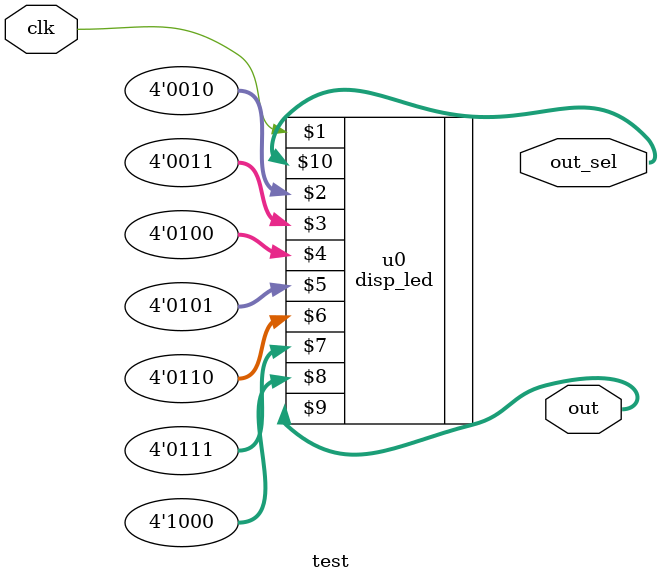
<source format=v>
`timescale 1ns / 1ps


module test(
    input clk, 
    output [7:0] out, out_sel
    );
    
    disp_led u0(clk, 4'h2, 4'h3, 4'h4, 4'h5, 4'h6, 4'h7, 4'h8, out, out_sel);

endmodule

</source>
